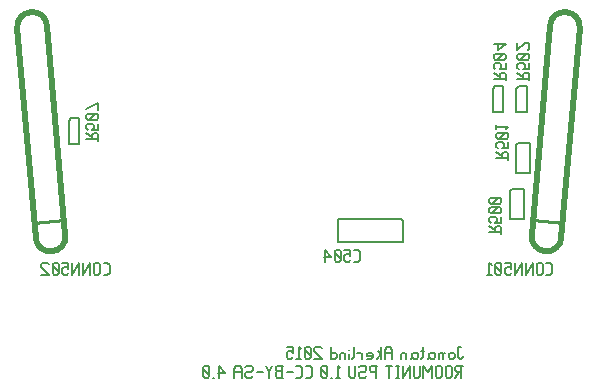
<source format=gbo>
G04 start of page 9 for group -4078 idx -4078 *
G04 Title: roomunit-psu, bottomsilk *
G04 Creator: pcb 1.99z *
G04 CreationDate: tor 11 jun 2015 09:01:47 UTC *
G04 For: jonatan *
G04 Format: Gerber/RS-274X *
G04 PCB-Dimensions (mil): 2401.57 2401.57 *
G04 PCB-Coordinate-Origin: lower left *
%MOIN*%
%FSLAX25Y25*%
%LNBOTTOMSILK*%
%ADD84C,0.0100*%
%ADD83C,0.0200*%
%ADD82C,0.0079*%
%ADD81C,0.0071*%
G54D81*X172803Y41520D02*X174803D01*
X172803D02*X172303Y41020D01*
Y40020D02*Y41020D01*
X172803Y39520D02*X172303Y40020D01*
X172803Y39520D02*X174303D01*
Y37520D02*Y41520D01*
X173503Y39520D02*X172303Y37520D01*
X171103Y38020D02*Y41020D01*
X170603Y41520D01*
X169603D02*X170603D01*
X169603D02*X169103Y41020D01*
Y38020D02*Y41020D01*
X169603Y37520D02*X169103Y38020D01*
X169603Y37520D02*X170603D01*
X171103Y38020D02*X170603Y37520D01*
X167903Y38020D02*Y41020D01*
X167403Y41520D01*
X166403D02*X167403D01*
X166403D02*X165903Y41020D01*
Y38020D02*Y41020D01*
X166403Y37520D02*X165903Y38020D01*
X166403Y37520D02*X167403D01*
X167903Y38020D02*X167403Y37520D01*
X164703D02*Y41520D01*
X163203Y39520D01*
X161703Y41520D01*
Y37520D02*Y41520D01*
X160503Y38020D02*Y41520D01*
Y38020D02*X160003Y37520D01*
X159003D02*X160003D01*
X159003D02*X158503Y38020D01*
Y41520D01*
X157303Y37520D02*Y41520D01*
X154803Y37520D01*
Y41520D01*
X152603D02*X153603D01*
X153103Y37520D02*Y41520D01*
X152603Y37520D02*X153603D01*
X149403Y41520D02*X151403D01*
X150403Y37520D02*Y41520D01*
X145903Y37520D02*Y41520D01*
X144403D02*X146403D01*
X144403D02*X143903Y41020D01*
Y40020D02*Y41020D01*
X144403Y39520D02*X143903Y40020D01*
X144403Y39520D02*X145903D01*
X140703Y41520D02*X140203Y41020D01*
X140703Y41520D02*X142203D01*
X142703Y41020D02*X142203Y41520D01*
X142703Y40020D02*Y41020D01*
Y40020D02*X142203Y39520D01*
X140703D02*X142203D01*
X140703D02*X140203Y39020D01*
Y38020D02*Y39020D01*
X140703Y37520D02*X140203Y38020D01*
X140703Y37520D02*X142203D01*
X142703Y38020D02*X142203Y37520D01*
X139003Y38020D02*Y41520D01*
Y38020D02*X138503Y37520D01*
X137503D02*X138503D01*
X137503D02*X137003Y38020D01*
Y41520D01*
X134003Y40720D02*X133203Y41520D01*
Y37520D02*Y41520D01*
X132503Y37520D02*X134003D01*
X130803D02*X131303D01*
X129603Y38020D02*X129103Y37520D01*
X129603Y38020D02*Y41020D01*
X129103Y41520D01*
X128103D02*X129103D01*
X128103D02*X127603Y41020D01*
Y38020D02*Y41020D01*
X128103Y37520D02*X127603Y38020D01*
X128103Y37520D02*X129103D01*
X129603Y38520D02*X127603Y40520D01*
X122603Y37520D02*X123903D01*
X124603Y38220D02*X123903Y37520D01*
X124603Y38220D02*Y40820D01*
X123903Y41520D01*
X122603D02*X123903D01*
X119403Y37520D02*X120703D01*
X121403Y38220D02*X120703Y37520D01*
X121403Y38220D02*Y40820D01*
X120703Y41520D01*
X119403D02*X120703D01*
X116203Y39520D02*X118203D01*
X113003Y37520D02*X115003D01*
X113003D02*X112503Y38020D01*
Y39220D01*
X113003Y39720D02*X112503Y39220D01*
X113003Y39720D02*X114503D01*
Y37520D02*Y41520D01*
X113003D02*X115003D01*
X113003D02*X112503Y41020D01*
Y40220D02*Y41020D01*
X113003Y39720D02*X112503Y40220D01*
X111303Y41520D02*X110303Y39520D01*
X109303Y41520D01*
X110303Y37520D02*Y39520D01*
X106103D02*X108103D01*
X102903Y41520D02*X102403Y41020D01*
X102903Y41520D02*X104403D01*
X104903Y41020D02*X104403Y41520D01*
X104903Y40020D02*Y41020D01*
Y40020D02*X104403Y39520D01*
X102903D02*X104403D01*
X102903D02*X102403Y39020D01*
Y38020D02*Y39020D01*
X102903Y37520D02*X102403Y38020D01*
X102903Y37520D02*X104403D01*
X104903Y38020D02*X104403Y37520D01*
X101203D02*Y40520D01*
X100503Y41520D01*
X99403D02*X100503D01*
X99403D02*X98703Y40520D01*
Y37520D02*Y40520D01*
Y39520D02*X101203D01*
X95703Y39020D02*X93703Y41520D01*
X93203Y39020D02*X95703D01*
X93703Y37520D02*Y41520D01*
X91503Y37520D02*X92003D01*
X90303Y38020D02*X89803Y37520D01*
X90303Y38020D02*Y41020D01*
X89803Y41520D01*
X88803D02*X89803D01*
X88803D02*X88303Y41020D01*
Y38020D02*Y41020D01*
X88803Y37520D02*X88303Y38020D01*
X88803Y37520D02*X89803D01*
X90303Y38520D02*X88303Y40520D01*
X173303Y47819D02*X174103D01*
X173303Y44319D02*Y47819D01*
X173803Y43819D02*X173303Y44319D01*
X173803Y43819D02*X174303D01*
X174803Y44319D02*X174303Y43819D01*
X174803Y44319D02*Y44819D01*
X172103Y44319D02*Y45319D01*
X171603Y45819D01*
X170603D02*X171603D01*
X170603D02*X170103Y45319D01*
Y44319D02*Y45319D01*
X170603Y43819D02*X170103Y44319D01*
X170603Y43819D02*X171603D01*
X172103Y44319D02*X171603Y43819D01*
X168403D02*Y45319D01*
X167903Y45819D01*
X167403D02*X167903D01*
X167403D02*X166903Y45319D01*
Y43819D02*Y45319D01*
X168903Y45819D02*X168403Y45319D01*
X164203Y45819D02*X163703Y45319D01*
X164203Y45819D02*X165203D01*
X165703Y45319D02*X165203Y45819D01*
X165703Y44319D02*Y45319D01*
Y44319D02*X165203Y43819D01*
X163703Y44319D02*Y45819D01*
Y44319D02*X163203Y43819D01*
X164203D02*X165203D01*
X164203D02*X163703Y44319D01*
X161503D02*Y47819D01*
Y44319D02*X161003Y43819D01*
Y46319D02*X162003D01*
X158503Y45819D02*X158003Y45319D01*
X158503Y45819D02*X159503D01*
X160003Y45319D02*X159503Y45819D01*
X160003Y44319D02*Y45319D01*
Y44319D02*X159503Y43819D01*
X158003Y44319D02*Y45819D01*
Y44319D02*X157503Y43819D01*
X158503D02*X159503D01*
X158503D02*X158003Y44319D01*
X155803Y43819D02*Y45319D01*
X155303Y45819D01*
X154803D02*X155303D01*
X154803D02*X154303Y45319D01*
Y43819D02*Y45319D01*
X156303Y45819D02*X155803Y45319D01*
X151303Y43819D02*Y46819D01*
X150603Y47819D01*
X149503D02*X150603D01*
X149503D02*X148803Y46819D01*
Y43819D02*Y46819D01*
Y45819D02*X151303D01*
X147603Y43819D02*Y47819D01*
Y45319D02*X146103Y43819D01*
X147603Y45319D02*X146603Y46319D01*
X142903Y43819D02*X144403D01*
X144903Y44319D02*X144403Y43819D01*
X144903Y44319D02*Y45319D01*
X144403Y45819D01*
X143403D02*X144403D01*
X143403D02*X142903Y45319D01*
Y44819D02*X144903D01*
X142903D02*Y45319D01*
X141203Y43819D02*Y45319D01*
X140703Y45819D01*
X139703D02*X140703D01*
X141703D02*X141203Y45319D01*
X138503Y44319D02*Y47819D01*
Y44319D02*X138003Y43819D01*
X137003Y46719D02*Y46819D01*
Y43819D02*Y45319D01*
X135503Y43819D02*Y45319D01*
X135003Y45819D01*
X134503D02*X135003D01*
X134503D02*X134003Y45319D01*
Y43819D02*Y45319D01*
X136003Y45819D02*X135503Y45319D01*
X130803Y43819D02*Y47819D01*
X131303Y43819D02*X130803Y44319D01*
X131303Y43819D02*X132303D01*
X132803Y44319D02*X132303Y43819D01*
X132803Y44319D02*Y45319D01*
X132303Y45819D01*
X131303D02*X132303D01*
X131303D02*X130803Y45319D01*
X127803Y47319D02*X127303Y47819D01*
X125803D02*X127303D01*
X125803D02*X125303Y47319D01*
Y46319D02*Y47319D01*
X127803Y43819D02*X125303Y46319D01*
Y43819D02*X127803D01*
X124103Y44319D02*X123603Y43819D01*
X124103Y44319D02*Y47319D01*
X123603Y47819D01*
X122603D02*X123603D01*
X122603D02*X122103Y47319D01*
Y44319D02*Y47319D01*
X122603Y43819D02*X122103Y44319D01*
X122603Y43819D02*X123603D01*
X124103Y44819D02*X122103Y46819D01*
X120903Y47019D02*X120103Y47819D01*
Y43819D02*Y47819D01*
X119403Y43819D02*X120903D01*
X116203Y47819D02*X118203D01*
Y45819D02*Y47819D01*
Y45819D02*X117703Y46319D01*
X116703D02*X117703D01*
X116703D02*X116203Y45819D01*
Y44319D02*Y45819D01*
X116703Y43819D02*X116203Y44319D01*
X116703Y43819D02*X117703D01*
X118203Y44319D02*X117703Y43819D01*
G54D82*X185630Y134587D02*X188386D01*
X185630D02*X184843Y133799D01*
Y126083D01*
X188386D01*
Y134587D02*Y126083D01*
X193504Y134587D02*X196260D01*
X193504D02*X192717Y133799D01*
Y126083D01*
X196260D01*
Y134587D02*Y126083D01*
X191339Y100477D02*X195276D01*
X191339D02*X190551Y99690D01*
Y90277D01*
X195276D01*
Y100477D02*Y90277D01*
X193307Y115831D02*X197244D01*
X193307D02*X192520Y115044D01*
Y105631D01*
X197244D01*
Y115831D02*Y105631D01*
G54D83*X197775Y85082D02*X203876Y154815D01*
X207737Y84210D02*X213838Y153944D01*
G54D84*X198211Y90063D02*X208173Y89191D01*
G54D83*X197775Y85081D02*G75*G03X207737Y84210I4981J-436D01*G01*
X213838Y153943D02*G75*G03X203876Y154815I-4981J436D01*G01*
G54D82*X44291Y123957D02*X47047D01*
X44291D02*X43504Y123169D01*
Y115453D01*
X47047D01*
Y123957D02*Y115453D01*
G54D83*X32420Y84210D02*X26320Y153944D01*
X42383Y85082D02*X36281Y154815D01*
G54D84*X31985Y89191D02*X41947Y90063D01*
G54D83*X32421Y84210D02*G75*G03X42383Y85081I4981J436D01*G01*
X36282Y154815D02*G75*G03X26320Y153943I-4981J-436D01*G01*
G54D82*X155057Y89764D02*Y82677D01*
Y89764D02*X154269Y90551D01*
X133310D02*X154269D01*
X133310D02*Y82677D01*
X155057D01*
G54D81*X55087Y71772D02*X56387D01*
X57087Y72472D02*X56387Y71772D01*
X57087Y72472D02*Y75072D01*
X56387Y75772D01*
X55087D02*X56387D01*
X53887Y72272D02*Y75272D01*
X53387Y75772D01*
X52387D02*X53387D01*
X52387D02*X51887Y75272D01*
Y72272D02*Y75272D01*
X52387Y71772D02*X51887Y72272D01*
X52387Y71772D02*X53387D01*
X53887Y72272D02*X53387Y71772D01*
X50687D02*Y75772D01*
X48187Y71772D01*
Y75772D01*
X46987Y71772D02*Y75772D01*
X44487Y71772D01*
Y75772D01*
X41287D02*X43287D01*
Y73772D02*Y75772D01*
Y73772D02*X42787Y74272D01*
X41787D02*X42787D01*
X41787D02*X41287Y73772D01*
Y72272D02*Y73772D01*
X41787Y71772D02*X41287Y72272D01*
X41787Y71772D02*X42787D01*
X43287Y72272D02*X42787Y71772D01*
X40087Y72272D02*X39587Y71772D01*
X40087Y72272D02*Y75272D01*
X39587Y75772D01*
X38587D02*X39587D01*
X38587D02*X38087Y75272D01*
Y72272D02*Y75272D01*
X38587Y71772D02*X38087Y72272D01*
X38587Y71772D02*X39587D01*
X40087Y72772D02*X38087Y74772D01*
X36887Y75272D02*X36387Y75772D01*
X34887D02*X36387D01*
X34887D02*X34387Y75272D01*
Y74272D02*Y75272D01*
X36887Y71772D02*X34387Y74272D01*
Y71772D02*X36887D01*
X53331Y116535D02*Y118535D01*
X52831Y119035D01*
X51831D02*X52831D01*
X51331Y118535D02*X51831Y119035D01*
X51331Y117035D02*Y118535D01*
X49331Y117035D02*X53331D01*
X51331Y117835D02*X49331Y119035D01*
X53331Y120235D02*Y122235D01*
X51331Y120235D02*X53331D01*
X51331D02*X51831Y120735D01*
Y121735D01*
X51331Y122235D01*
X49831D02*X51331D01*
X49331Y121735D02*X49831Y122235D01*
X49331Y120735D02*Y121735D01*
X49831Y120235D02*X49331Y120735D01*
X49831Y123435D02*X49331Y123935D01*
X49831Y123435D02*X52831D01*
X53331Y123935D01*
Y124935D01*
X52831Y125435D01*
X49831D02*X52831D01*
X49331Y124935D02*X49831Y125435D01*
X49331Y123935D02*Y124935D01*
X50331Y123435D02*X52331Y125435D01*
X49331Y127135D02*X53331Y129135D01*
Y126635D02*Y129135D01*
X189157Y136614D02*Y138614D01*
X188657Y139114D01*
X187657D02*X188657D01*
X187157Y138614D02*X187657Y139114D01*
X187157Y137114D02*Y138614D01*
X185157Y137114D02*X189157D01*
X187157Y137914D02*X185157Y139114D01*
X189157Y140314D02*Y142314D01*
X187157Y140314D02*X189157D01*
X187157D02*X187657Y140814D01*
Y141814D01*
X187157Y142314D01*
X185657D02*X187157D01*
X185157Y141814D02*X185657Y142314D01*
X185157Y140814D02*Y141814D01*
X185657Y140314D02*X185157Y140814D01*
X185657Y143514D02*X185157Y144014D01*
X185657Y143514D02*X188657D01*
X189157Y144014D01*
Y145014D01*
X188657Y145514D01*
X185657D02*X188657D01*
X185157Y145014D02*X185657Y145514D01*
X185157Y144014D02*Y145014D01*
X186157Y143514D02*X188157Y145514D01*
X186657Y146714D02*X189157Y148714D01*
X186657Y146714D02*Y149214D01*
X185157Y148714D02*X189157D01*
X197031Y136614D02*Y138614D01*
X196531Y139114D01*
X195531D02*X196531D01*
X195031Y138614D02*X195531Y139114D01*
X195031Y137114D02*Y138614D01*
X193031Y137114D02*X197031D01*
X195031Y137914D02*X193031Y139114D01*
X197031Y140314D02*Y142314D01*
X195031Y140314D02*X197031D01*
X195031D02*X195531Y140814D01*
Y141814D01*
X195031Y142314D01*
X193531D02*X195031D01*
X193031Y141814D02*X193531Y142314D01*
X193031Y140814D02*Y141814D01*
X193531Y140314D02*X193031Y140814D01*
X193531Y143514D02*X193031Y144014D01*
X193531Y143514D02*X196531D01*
X197031Y144014D01*
Y145014D01*
X196531Y145514D01*
X193531D02*X196531D01*
X193031Y145014D02*X193531Y145514D01*
X193031Y144014D02*Y145014D01*
X194031Y143514D02*X196031Y145514D01*
X196531Y146714D02*X197031Y147214D01*
Y148714D01*
X196531Y149214D01*
X195531D02*X196531D01*
X193031Y146714D02*X195531Y149214D01*
X193031Y146714D02*Y149214D01*
X202724Y71772D02*X204024D01*
X204724Y72472D02*X204024Y71772D01*
X204724Y72472D02*Y75072D01*
X204024Y75772D01*
X202724D02*X204024D01*
X201524Y72272D02*Y75272D01*
X201024Y75772D01*
X200024D02*X201024D01*
X200024D02*X199524Y75272D01*
Y72272D02*Y75272D01*
X200024Y71772D02*X199524Y72272D01*
X200024Y71772D02*X201024D01*
X201524Y72272D02*X201024Y71772D01*
X198324D02*Y75772D01*
X195824Y71772D01*
Y75772D01*
X194624Y71772D02*Y75772D01*
X192124Y71772D01*
Y75772D01*
X188924D02*X190924D01*
Y73772D02*Y75772D01*
Y73772D02*X190424Y74272D01*
X189424D02*X190424D01*
X189424D02*X188924Y73772D01*
Y72272D02*Y73772D01*
X189424Y71772D02*X188924Y72272D01*
X189424Y71772D02*X190424D01*
X190924Y72272D02*X190424Y71772D01*
X187724Y72272D02*X187224Y71772D01*
X187724Y72272D02*Y75272D01*
X187224Y75772D01*
X186224D02*X187224D01*
X186224D02*X185724Y75272D01*
Y72272D02*Y75272D01*
X186224Y71772D02*X185724Y72272D01*
X186224Y71772D02*X187224D01*
X187724Y72772D02*X185724Y74772D01*
X184524Y74972D02*X183724Y75772D01*
Y71772D02*Y75772D01*
X183024Y71772D02*X184524D01*
X138551Y76102D02*X139851D01*
X140551Y76802D02*X139851Y76102D01*
X140551Y76802D02*Y79402D01*
X139851Y80102D01*
X138551D02*X139851D01*
X135351D02*X137351D01*
Y78102D02*Y80102D01*
Y78102D02*X136851Y78602D01*
X135851D02*X136851D01*
X135851D02*X135351Y78102D01*
Y76602D02*Y78102D01*
X135851Y76102D02*X135351Y76602D01*
X135851Y76102D02*X136851D01*
X137351Y76602D02*X136851Y76102D01*
X134151Y76602D02*X133651Y76102D01*
X134151Y76602D02*Y79602D01*
X133651Y80102D01*
X132651D02*X133651D01*
X132651D02*X132151Y79602D01*
Y76602D02*Y79602D01*
X132651Y76102D02*X132151Y76602D01*
X132651Y76102D02*X133651D01*
X134151Y77102D02*X132151Y79102D01*
X130951Y77602D02*X128951Y80102D01*
X128451Y77602D02*X130951D01*
X128951Y76102D02*Y80102D01*
X187583Y85433D02*Y87433D01*
X187083Y87933D01*
X186083D02*X187083D01*
X185583Y87433D02*X186083Y87933D01*
X185583Y85933D02*Y87433D01*
X183583Y85933D02*X187583D01*
X185583Y86733D02*X183583Y87933D01*
X187583Y89133D02*Y91133D01*
X185583Y89133D02*X187583D01*
X185583D02*X186083Y89633D01*
Y90633D01*
X185583Y91133D01*
X184083D02*X185583D01*
X183583Y90633D02*X184083Y91133D01*
X183583Y89633D02*Y90633D01*
X184083Y89133D02*X183583Y89633D01*
X184083Y92333D02*X183583Y92833D01*
X184083Y92333D02*X187083D01*
X187583Y92833D01*
Y93833D01*
X187083Y94333D01*
X184083D02*X187083D01*
X183583Y93833D02*X184083Y94333D01*
X183583Y92833D02*Y93833D01*
X184583Y92333D02*X186583Y94333D01*
X184083Y95533D02*X183583Y96033D01*
X184083Y95533D02*X187083D01*
X187583Y96033D01*
Y97033D01*
X187083Y97533D01*
X184083D02*X187083D01*
X183583Y97033D02*X184083Y97533D01*
X183583Y96033D02*Y97033D01*
X184583Y95533D02*X186583Y97533D01*
X189945Y110236D02*Y112236D01*
X189445Y112736D01*
X188445D02*X189445D01*
X187945Y112236D02*X188445Y112736D01*
X187945Y110736D02*Y112236D01*
X185945Y110736D02*X189945D01*
X187945Y111536D02*X185945Y112736D01*
X189945Y113936D02*Y115936D01*
X187945Y113936D02*X189945D01*
X187945D02*X188445Y114436D01*
Y115436D01*
X187945Y115936D01*
X186445D02*X187945D01*
X185945Y115436D02*X186445Y115936D01*
X185945Y114436D02*Y115436D01*
X186445Y113936D02*X185945Y114436D01*
X186445Y117136D02*X185945Y117636D01*
X186445Y117136D02*X189445D01*
X189945Y117636D01*
Y118636D01*
X189445Y119136D01*
X186445D02*X189445D01*
X185945Y118636D02*X186445Y119136D01*
X185945Y117636D02*Y118636D01*
X186945Y117136D02*X188945Y119136D01*
X189145Y120336D02*X189945Y121136D01*
X185945D02*X189945D01*
X185945Y120336D02*Y121836D01*
M02*

</source>
